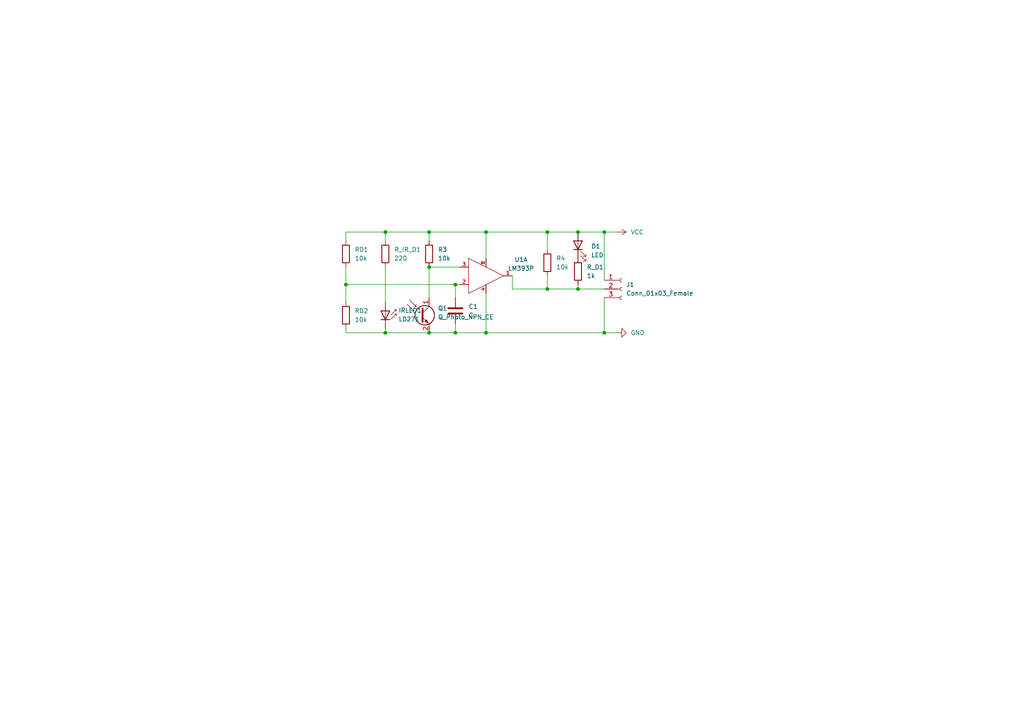
<source format=kicad_sch>
(kicad_sch (version 20211123) (generator eeschema)

  (uuid a8cb4279-d3c9-447a-a175-d8708493fcb9)

  (paper "A4")

  (lib_symbols
    (symbol "Connector:Conn_01x03_Female" (pin_names (offset 1.016) hide) (in_bom yes) (on_board yes)
      (property "Reference" "J" (id 0) (at 0 5.08 0)
        (effects (font (size 1.27 1.27)))
      )
      (property "Value" "Conn_01x03_Female" (id 1) (at 0 -5.08 0)
        (effects (font (size 1.27 1.27)))
      )
      (property "Footprint" "" (id 2) (at 0 0 0)
        (effects (font (size 1.27 1.27)) hide)
      )
      (property "Datasheet" "~" (id 3) (at 0 0 0)
        (effects (font (size 1.27 1.27)) hide)
      )
      (property "ki_keywords" "connector" (id 4) (at 0 0 0)
        (effects (font (size 1.27 1.27)) hide)
      )
      (property "ki_description" "Generic connector, single row, 01x03, script generated (kicad-library-utils/schlib/autogen/connector/)" (id 5) (at 0 0 0)
        (effects (font (size 1.27 1.27)) hide)
      )
      (property "ki_fp_filters" "Connector*:*_1x??_*" (id 6) (at 0 0 0)
        (effects (font (size 1.27 1.27)) hide)
      )
      (symbol "Conn_01x03_Female_1_1"
        (arc (start 0 -2.032) (mid -0.508 -2.54) (end 0 -3.048)
          (stroke (width 0.1524) (type default) (color 0 0 0 0))
          (fill (type none))
        )
        (polyline
          (pts
            (xy -1.27 -2.54)
            (xy -0.508 -2.54)
          )
          (stroke (width 0.1524) (type default) (color 0 0 0 0))
          (fill (type none))
        )
        (polyline
          (pts
            (xy -1.27 0)
            (xy -0.508 0)
          )
          (stroke (width 0.1524) (type default) (color 0 0 0 0))
          (fill (type none))
        )
        (polyline
          (pts
            (xy -1.27 2.54)
            (xy -0.508 2.54)
          )
          (stroke (width 0.1524) (type default) (color 0 0 0 0))
          (fill (type none))
        )
        (arc (start 0 0.508) (mid -0.508 0) (end 0 -0.508)
          (stroke (width 0.1524) (type default) (color 0 0 0 0))
          (fill (type none))
        )
        (arc (start 0 3.048) (mid -0.508 2.54) (end 0 2.032)
          (stroke (width 0.1524) (type default) (color 0 0 0 0))
          (fill (type none))
        )
        (pin passive line (at -5.08 2.54 0) (length 3.81)
          (name "Pin_1" (effects (font (size 1.27 1.27))))
          (number "1" (effects (font (size 1.27 1.27))))
        )
        (pin passive line (at -5.08 0 0) (length 3.81)
          (name "Pin_2" (effects (font (size 1.27 1.27))))
          (number "2" (effects (font (size 1.27 1.27))))
        )
        (pin passive line (at -5.08 -2.54 0) (length 3.81)
          (name "Pin_3" (effects (font (size 1.27 1.27))))
          (number "3" (effects (font (size 1.27 1.27))))
        )
      )
    )
    (symbol "Device:C" (pin_numbers hide) (pin_names (offset 0.254)) (in_bom yes) (on_board yes)
      (property "Reference" "C" (id 0) (at 0.635 2.54 0)
        (effects (font (size 1.27 1.27)) (justify left))
      )
      (property "Value" "C" (id 1) (at 0.635 -2.54 0)
        (effects (font (size 1.27 1.27)) (justify left))
      )
      (property "Footprint" "" (id 2) (at 0.9652 -3.81 0)
        (effects (font (size 1.27 1.27)) hide)
      )
      (property "Datasheet" "~" (id 3) (at 0 0 0)
        (effects (font (size 1.27 1.27)) hide)
      )
      (property "ki_keywords" "cap capacitor" (id 4) (at 0 0 0)
        (effects (font (size 1.27 1.27)) hide)
      )
      (property "ki_description" "Unpolarized capacitor" (id 5) (at 0 0 0)
        (effects (font (size 1.27 1.27)) hide)
      )
      (property "ki_fp_filters" "C_*" (id 6) (at 0 0 0)
        (effects (font (size 1.27 1.27)) hide)
      )
      (symbol "C_0_1"
        (polyline
          (pts
            (xy -2.032 -0.762)
            (xy 2.032 -0.762)
          )
          (stroke (width 0.508) (type default) (color 0 0 0 0))
          (fill (type none))
        )
        (polyline
          (pts
            (xy -2.032 0.762)
            (xy 2.032 0.762)
          )
          (stroke (width 0.508) (type default) (color 0 0 0 0))
          (fill (type none))
        )
      )
      (symbol "C_1_1"
        (pin passive line (at 0 3.81 270) (length 2.794)
          (name "~" (effects (font (size 1.27 1.27))))
          (number "1" (effects (font (size 1.27 1.27))))
        )
        (pin passive line (at 0 -3.81 90) (length 2.794)
          (name "~" (effects (font (size 1.27 1.27))))
          (number "2" (effects (font (size 1.27 1.27))))
        )
      )
    )
    (symbol "Device:LED" (pin_numbers hide) (pin_names (offset 1.016) hide) (in_bom yes) (on_board yes)
      (property "Reference" "D" (id 0) (at 0 2.54 0)
        (effects (font (size 1.27 1.27)))
      )
      (property "Value" "LED" (id 1) (at 0 -2.54 0)
        (effects (font (size 1.27 1.27)))
      )
      (property "Footprint" "" (id 2) (at 0 0 0)
        (effects (font (size 1.27 1.27)) hide)
      )
      (property "Datasheet" "~" (id 3) (at 0 0 0)
        (effects (font (size 1.27 1.27)) hide)
      )
      (property "ki_keywords" "LED diode" (id 4) (at 0 0 0)
        (effects (font (size 1.27 1.27)) hide)
      )
      (property "ki_description" "Light emitting diode" (id 5) (at 0 0 0)
        (effects (font (size 1.27 1.27)) hide)
      )
      (property "ki_fp_filters" "LED* LED_SMD:* LED_THT:*" (id 6) (at 0 0 0)
        (effects (font (size 1.27 1.27)) hide)
      )
      (symbol "LED_0_1"
        (polyline
          (pts
            (xy -1.27 -1.27)
            (xy -1.27 1.27)
          )
          (stroke (width 0.254) (type default) (color 0 0 0 0))
          (fill (type none))
        )
        (polyline
          (pts
            (xy -1.27 0)
            (xy 1.27 0)
          )
          (stroke (width 0) (type default) (color 0 0 0 0))
          (fill (type none))
        )
        (polyline
          (pts
            (xy 1.27 -1.27)
            (xy 1.27 1.27)
            (xy -1.27 0)
            (xy 1.27 -1.27)
          )
          (stroke (width 0.254) (type default) (color 0 0 0 0))
          (fill (type none))
        )
        (polyline
          (pts
            (xy -3.048 -0.762)
            (xy -4.572 -2.286)
            (xy -3.81 -2.286)
            (xy -4.572 -2.286)
            (xy -4.572 -1.524)
          )
          (stroke (width 0) (type default) (color 0 0 0 0))
          (fill (type none))
        )
        (polyline
          (pts
            (xy -1.778 -0.762)
            (xy -3.302 -2.286)
            (xy -2.54 -2.286)
            (xy -3.302 -2.286)
            (xy -3.302 -1.524)
          )
          (stroke (width 0) (type default) (color 0 0 0 0))
          (fill (type none))
        )
      )
      (symbol "LED_1_1"
        (pin passive line (at -3.81 0 0) (length 2.54)
          (name "K" (effects (font (size 1.27 1.27))))
          (number "1" (effects (font (size 1.27 1.27))))
        )
        (pin passive line (at 3.81 0 180) (length 2.54)
          (name "A" (effects (font (size 1.27 1.27))))
          (number "2" (effects (font (size 1.27 1.27))))
        )
      )
    )
    (symbol "Device:Q_Photo_NPN_CE" (pin_names (offset 0) hide) (in_bom yes) (on_board yes)
      (property "Reference" "Q" (id 0) (at 5.08 1.27 0)
        (effects (font (size 1.27 1.27)) (justify left))
      )
      (property "Value" "Q_Photo_NPN_CE" (id 1) (at 5.08 -1.27 0)
        (effects (font (size 1.27 1.27)) (justify left))
      )
      (property "Footprint" "" (id 2) (at 5.08 2.54 0)
        (effects (font (size 1.27 1.27)) hide)
      )
      (property "Datasheet" "~" (id 3) (at 0 0 0)
        (effects (font (size 1.27 1.27)) hide)
      )
      (property "ki_keywords" "phototransistor NPN" (id 4) (at 0 0 0)
        (effects (font (size 1.27 1.27)) hide)
      )
      (property "ki_description" "NPN phototransistor, collector/emitter" (id 5) (at 0 0 0)
        (effects (font (size 1.27 1.27)) hide)
      )
      (symbol "Q_Photo_NPN_CE_0_1"
        (polyline
          (pts
            (xy -1.905 1.27)
            (xy -2.54 1.27)
          )
          (stroke (width 0) (type default) (color 0 0 0 0))
          (fill (type none))
        )
        (polyline
          (pts
            (xy -1.27 2.54)
            (xy -1.905 2.54)
          )
          (stroke (width 0) (type default) (color 0 0 0 0))
          (fill (type none))
        )
        (polyline
          (pts
            (xy 0.635 0.635)
            (xy 2.54 2.54)
          )
          (stroke (width 0) (type default) (color 0 0 0 0))
          (fill (type none))
        )
        (polyline
          (pts
            (xy -3.81 3.175)
            (xy -1.905 1.27)
            (xy -1.905 1.905)
          )
          (stroke (width 0) (type default) (color 0 0 0 0))
          (fill (type none))
        )
        (polyline
          (pts
            (xy -3.175 4.445)
            (xy -1.27 2.54)
            (xy -1.27 3.175)
          )
          (stroke (width 0) (type default) (color 0 0 0 0))
          (fill (type none))
        )
        (polyline
          (pts
            (xy 0.635 -0.635)
            (xy 2.54 -2.54)
            (xy 2.54 -2.54)
          )
          (stroke (width 0) (type default) (color 0 0 0 0))
          (fill (type none))
        )
        (polyline
          (pts
            (xy 0.635 1.905)
            (xy 0.635 -1.905)
            (xy 0.635 -1.905)
          )
          (stroke (width 0.508) (type default) (color 0 0 0 0))
          (fill (type none))
        )
        (polyline
          (pts
            (xy 1.27 -1.778)
            (xy 1.778 -1.27)
            (xy 2.286 -2.286)
            (xy 1.27 -1.778)
            (xy 1.27 -1.778)
          )
          (stroke (width 0) (type default) (color 0 0 0 0))
          (fill (type outline))
        )
        (circle (center 1.27 0) (radius 2.8194)
          (stroke (width 0.254) (type default) (color 0 0 0 0))
          (fill (type none))
        )
      )
      (symbol "Q_Photo_NPN_CE_1_1"
        (pin passive line (at 2.54 5.08 270) (length 2.54)
          (name "C" (effects (font (size 1.27 1.27))))
          (number "1" (effects (font (size 1.27 1.27))))
        )
        (pin passive line (at 2.54 -5.08 90) (length 2.54)
          (name "E" (effects (font (size 1.27 1.27))))
          (number "2" (effects (font (size 1.27 1.27))))
        )
      )
    )
    (symbol "Device:R" (pin_numbers hide) (pin_names (offset 0)) (in_bom yes) (on_board yes)
      (property "Reference" "R" (id 0) (at 2.032 0 90)
        (effects (font (size 1.27 1.27)))
      )
      (property "Value" "R" (id 1) (at 0 0 90)
        (effects (font (size 1.27 1.27)))
      )
      (property "Footprint" "" (id 2) (at -1.778 0 90)
        (effects (font (size 1.27 1.27)) hide)
      )
      (property "Datasheet" "~" (id 3) (at 0 0 0)
        (effects (font (size 1.27 1.27)) hide)
      )
      (property "ki_keywords" "R res resistor" (id 4) (at 0 0 0)
        (effects (font (size 1.27 1.27)) hide)
      )
      (property "ki_description" "Resistor" (id 5) (at 0 0 0)
        (effects (font (size 1.27 1.27)) hide)
      )
      (property "ki_fp_filters" "R_*" (id 6) (at 0 0 0)
        (effects (font (size 1.27 1.27)) hide)
      )
      (symbol "R_0_1"
        (rectangle (start -1.016 -2.54) (end 1.016 2.54)
          (stroke (width 0.254) (type default) (color 0 0 0 0))
          (fill (type none))
        )
      )
      (symbol "R_1_1"
        (pin passive line (at 0 3.81 270) (length 1.27)
          (name "~" (effects (font (size 1.27 1.27))))
          (number "1" (effects (font (size 1.27 1.27))))
        )
        (pin passive line (at 0 -3.81 90) (length 1.27)
          (name "~" (effects (font (size 1.27 1.27))))
          (number "2" (effects (font (size 1.27 1.27))))
        )
      )
    )
    (symbol "LED:LD271" (pin_numbers hide) (pin_names (offset 1.016) hide) (in_bom yes) (on_board yes)
      (property "Reference" "D" (id 0) (at 0.508 1.778 0)
        (effects (font (size 1.27 1.27)) (justify left))
      )
      (property "Value" "LD271" (id 1) (at -1.016 -2.794 0)
        (effects (font (size 1.27 1.27)))
      )
      (property "Footprint" "LED_THT:LED_D5.0mm_IRGrey" (id 2) (at 0 4.445 0)
        (effects (font (size 1.27 1.27)) hide)
      )
      (property "Datasheet" "http://www.alliedelec.com/m/d/40788c34903a719969df15f1fbea1056.pdf" (id 3) (at -1.27 0 0)
        (effects (font (size 1.27 1.27)) hide)
      )
      (property "ki_keywords" "IR LED" (id 4) (at 0 0 0)
        (effects (font (size 1.27 1.27)) hide)
      )
      (property "ki_description" "940nm IR-LED, 5mm" (id 5) (at 0 0 0)
        (effects (font (size 1.27 1.27)) hide)
      )
      (property "ki_fp_filters" "LED*5.0mm*IRGrey*" (id 6) (at 0 0 0)
        (effects (font (size 1.27 1.27)) hide)
      )
      (symbol "LD271_0_1"
        (polyline
          (pts
            (xy -2.54 1.27)
            (xy -2.54 -1.27)
          )
          (stroke (width 0.254) (type default) (color 0 0 0 0))
          (fill (type none))
        )
        (polyline
          (pts
            (xy 0 0)
            (xy -2.54 0)
          )
          (stroke (width 0) (type default) (color 0 0 0 0))
          (fill (type none))
        )
        (polyline
          (pts
            (xy 0.381 3.175)
            (xy -0.127 3.175)
          )
          (stroke (width 0) (type default) (color 0 0 0 0))
          (fill (type none))
        )
        (polyline
          (pts
            (xy -1.143 1.651)
            (xy 0.381 3.175)
            (xy 0.381 2.667)
          )
          (stroke (width 0) (type default) (color 0 0 0 0))
          (fill (type none))
        )
        (polyline
          (pts
            (xy 0 -1.27)
            (xy -2.54 0)
            (xy 0 1.27)
            (xy 0 -1.27)
          )
          (stroke (width 0.254) (type default) (color 0 0 0 0))
          (fill (type none))
        )
        (polyline
          (pts
            (xy -2.413 1.651)
            (xy -0.889 3.175)
            (xy -0.889 2.667)
            (xy -0.889 3.175)
            (xy -1.397 3.175)
          )
          (stroke (width 0) (type default) (color 0 0 0 0))
          (fill (type none))
        )
      )
      (symbol "LD271_1_1"
        (pin passive line (at -5.08 0 0) (length 2.54)
          (name "K" (effects (font (size 1.27 1.27))))
          (number "1" (effects (font (size 1.27 1.27))))
        )
        (pin passive line (at 2.54 0 180) (length 2.54)
          (name "A" (effects (font (size 1.27 1.27))))
          (number "2" (effects (font (size 1.27 1.27))))
        )
      )
    )
    (symbol "eec:LM393P" (pin_names (offset 1.016)) (in_bom yes) (on_board yes)
      (property "Reference" "U" (id 0) (at 0 5.08 0)
        (effects (font (size 1.27 1.27)) (justify left))
      )
      (property "Value" "LM393P" (id 1) (at 0 7.62 0)
        (effects (font (size 1.27 1.27)) (justify left))
      )
      (property "Footprint" "Texas_Instruments-P_R-PDIP-T8-0-0-*" (id 2) (at 0 10.16 0)
        (effects (font (size 1.27 1.27)) (justify left) hide)
      )
      (property "Datasheet" "http://www-s.ti.com/sc/ds/lm193.pdf" (id 3) (at 0 12.7 0)
        (effects (font (size 1.27 1.27)) (justify left) hide)
      )
      (property "category" "IC" (id 4) (at 0 15.24 0)
        (effects (font (size 1.27 1.27)) (justify left) hide)
      )
      (property "digikey description" "IC DUAL DIFF COMP 8-DIP" (id 5) (at 0 17.78 0)
        (effects (font (size 1.27 1.27)) (justify left) hide)
      )
      (property "digikey part number" "296-1398-5-ND" (id 6) (at 0 20.32 0)
        (effects (font (size 1.27 1.27)) (justify left) hide)
      )
      (property "ipc land pattern name" "DIP794W46P254L959H508Q8" (id 7) (at 0 22.86 0)
        (effects (font (size 1.27 1.27)) (justify left) hide)
      )
      (property "lead free" "yes" (id 8) (at 0 25.4 0)
        (effects (font (size 1.27 1.27)) (justify left) hide)
      )
      (property "library id" "769f2784d21fb492" (id 9) (at 0 27.94 0)
        (effects (font (size 1.27 1.27)) (justify left) hide)
      )
      (property "manufacturer" "Texas Instruments" (id 10) (at 0 30.48 0)
        (effects (font (size 1.27 1.27)) (justify left) hide)
      )
      (property "mouser part number" "595-LM393P" (id 11) (at 0 33.02 0)
        (effects (font (size 1.27 1.27)) (justify left) hide)
      )
      (property "package" "PDIP8" (id 12) (at 0 35.56 0)
        (effects (font (size 1.27 1.27)) (justify left) hide)
      )
      (property "rohs" "yes" (id 13) (at 0 38.1 0)
        (effects (font (size 1.27 1.27)) (justify left) hide)
      )
      (property "temperature range high" "+70°C" (id 14) (at 0 40.64 0)
        (effects (font (size 1.27 1.27)) (justify left) hide)
      )
      (property "temperature range low" "0°C" (id 15) (at 0 43.18 0)
        (effects (font (size 1.27 1.27)) (justify left) hide)
      )
      (property "ki_locked" "" (id 16) (at 0 0 0)
        (effects (font (size 1.27 1.27)))
      )
      (property "ki_description" "LM393P" (id 17) (at 0 0 0)
        (effects (font (size 1.27 1.27)) hide)
      )
      (symbol "LM393P_1_0"
        (text "+" (at 5.588 1.27 0)
          (effects (font (size 1.524 1.524)) hide)
        )
        (text "+" (at 5.842 1.27 0)
          (effects (font (size 1.524 1.524)) hide)
        )
        (text "_" (at 5.588 0.762 0)
          (effects (font (size 1.524 1.524)) hide)
        )
        (text "_" (at 5.588 0.762 0)
          (effects (font (size 1.524 1.524)) hide)
        )
      )
      (symbol "LM393P_1_1"
        (polyline
          (pts
            (xy 5.08 -7.62)
            (xy 5.08 2.54)
          )
          (stroke (width 0) (type default) (color 0 0 0 0))
          (fill (type none))
        )
        (polyline
          (pts
            (xy 5.08 -7.62)
            (xy 15.24 -2.54)
          )
          (stroke (width 0) (type default) (color 0 0 0 0))
          (fill (type none))
        )
        (polyline
          (pts
            (xy 5.08 2.54)
            (xy 15.24 -2.54)
          )
          (stroke (width 0) (type default) (color 0 0 0 0))
          (fill (type none))
        )
        (pin unspecified line (at 17.78 -2.54 180) (length 2.54)
          (name "1OUT" (effects (font (size 0 0))))
          (number "1" (effects (font (size 1.016 1.016))))
        )
        (pin unspecified line (at 2.54 -5.08 0) (length 2.54)
          (name "1IN−" (effects (font (size 0 0))))
          (number "2" (effects (font (size 1.016 1.016))))
        )
        (pin unspecified line (at 2.54 0 0) (length 2.54)
          (name "1IN+" (effects (font (size 0 0))))
          (number "3" (effects (font (size 1.016 1.016))))
        )
        (pin unspecified line (at 10.16 -7.62 90) (length 2.54)
          (name "GND" (effects (font (size 0 0))))
          (number "4" (effects (font (size 1.016 1.016))))
        )
        (pin unspecified line (at 10.16 2.54 270) (length 2.54)
          (name "VCC" (effects (font (size 0 0))))
          (number "8" (effects (font (size 1.016 1.016))))
        )
      )
      (symbol "LM393P_2_1"
        (polyline
          (pts
            (xy 5.08 -7.62)
            (xy 5.08 2.54)
          )
          (stroke (width 0) (type default) (color 0 0 0 0))
          (fill (type none))
        )
        (polyline
          (pts
            (xy 5.08 -7.62)
            (xy 12.7 -2.54)
          )
          (stroke (width 0) (type default) (color 0 0 0 0))
          (fill (type none))
        )
        (polyline
          (pts
            (xy 5.08 2.54)
            (xy 12.7 -2.54)
          )
          (stroke (width 0) (type default) (color 0 0 0 0))
          (fill (type none))
        )
        (pin unspecified line (at 2.54 0 0) (length 2.54)
          (name "2IN+" (effects (font (size 0 0))))
          (number "5" (effects (font (size 1.016 1.016))))
        )
        (pin unspecified line (at 2.54 -5.08 0) (length 2.54)
          (name "2IN-" (effects (font (size 0 0))))
          (number "6" (effects (font (size 1.016 1.016))))
        )
        (pin unspecified line (at 15.24 -2.54 180) (length 2.54)
          (name "2OUT" (effects (font (size 0 0))))
          (number "7" (effects (font (size 1.016 1.016))))
        )
      )
    )
    (symbol "power:GND" (power) (pin_names (offset 0)) (in_bom yes) (on_board yes)
      (property "Reference" "#PWR" (id 0) (at 0 -6.35 0)
        (effects (font (size 1.27 1.27)) hide)
      )
      (property "Value" "GND" (id 1) (at 0 -3.81 0)
        (effects (font (size 1.27 1.27)))
      )
      (property "Footprint" "" (id 2) (at 0 0 0)
        (effects (font (size 1.27 1.27)) hide)
      )
      (property "Datasheet" "" (id 3) (at 0 0 0)
        (effects (font (size 1.27 1.27)) hide)
      )
      (property "ki_keywords" "power-flag" (id 4) (at 0 0 0)
        (effects (font (size 1.27 1.27)) hide)
      )
      (property "ki_description" "Power symbol creates a global label with name \"GND\" , ground" (id 5) (at 0 0 0)
        (effects (font (size 1.27 1.27)) hide)
      )
      (symbol "GND_0_1"
        (polyline
          (pts
            (xy 0 0)
            (xy 0 -1.27)
            (xy 1.27 -1.27)
            (xy 0 -2.54)
            (xy -1.27 -1.27)
            (xy 0 -1.27)
          )
          (stroke (width 0) (type default) (color 0 0 0 0))
          (fill (type none))
        )
      )
      (symbol "GND_1_1"
        (pin power_in line (at 0 0 270) (length 0) hide
          (name "GND" (effects (font (size 1.27 1.27))))
          (number "1" (effects (font (size 1.27 1.27))))
        )
      )
    )
    (symbol "power:VCC" (power) (pin_names (offset 0)) (in_bom yes) (on_board yes)
      (property "Reference" "#PWR" (id 0) (at 0 -3.81 0)
        (effects (font (size 1.27 1.27)) hide)
      )
      (property "Value" "VCC" (id 1) (at 0 3.81 0)
        (effects (font (size 1.27 1.27)))
      )
      (property "Footprint" "" (id 2) (at 0 0 0)
        (effects (font (size 1.27 1.27)) hide)
      )
      (property "Datasheet" "" (id 3) (at 0 0 0)
        (effects (font (size 1.27 1.27)) hide)
      )
      (property "ki_keywords" "power-flag" (id 4) (at 0 0 0)
        (effects (font (size 1.27 1.27)) hide)
      )
      (property "ki_description" "Power symbol creates a global label with name \"VCC\"" (id 5) (at 0 0 0)
        (effects (font (size 1.27 1.27)) hide)
      )
      (symbol "VCC_0_1"
        (polyline
          (pts
            (xy -0.762 1.27)
            (xy 0 2.54)
          )
          (stroke (width 0) (type default) (color 0 0 0 0))
          (fill (type none))
        )
        (polyline
          (pts
            (xy 0 0)
            (xy 0 2.54)
          )
          (stroke (width 0) (type default) (color 0 0 0 0))
          (fill (type none))
        )
        (polyline
          (pts
            (xy 0 2.54)
            (xy 0.762 1.27)
          )
          (stroke (width 0) (type default) (color 0 0 0 0))
          (fill (type none))
        )
      )
      (symbol "VCC_1_1"
        (pin power_in line (at 0 0 90) (length 0) hide
          (name "VCC" (effects (font (size 1.27 1.27))))
          (number "1" (effects (font (size 1.27 1.27))))
        )
      )
    )
  )

  (junction (at 132.08 96.52) (diameter 0) (color 0 0 0 0)
    (uuid 0e76b1ce-85a1-4611-9da6-790739986ed6)
  )
  (junction (at 111.76 96.52) (diameter 0) (color 0 0 0 0)
    (uuid 26540f92-ddf6-4284-9f47-cc23c63a48fb)
  )
  (junction (at 158.75 67.31) (diameter 0) (color 0 0 0 0)
    (uuid 3a4b108d-ad2a-4823-a3a0-16138e5331ff)
  )
  (junction (at 167.64 83.82) (diameter 0) (color 0 0 0 0)
    (uuid 3d9aece8-6d4d-4381-a4ce-48393f532e86)
  )
  (junction (at 100.33 82.55) (diameter 0) (color 0 0 0 0)
    (uuid 4777404c-884f-4dd5-b807-169cdcc062b8)
  )
  (junction (at 124.46 96.52) (diameter 0) (color 0 0 0 0)
    (uuid 67d18d7b-2e30-45ee-965e-83abc0626eee)
  )
  (junction (at 140.97 96.52) (diameter 0) (color 0 0 0 0)
    (uuid 741fd5be-375e-4f6d-a360-b33e0607836f)
  )
  (junction (at 132.08 82.55) (diameter 0) (color 0 0 0 0)
    (uuid 9a5283eb-0502-4796-9b48-5f1af0aabc17)
  )
  (junction (at 175.26 96.52) (diameter 0) (color 0 0 0 0)
    (uuid a5c8c064-d46f-4fb0-808c-754a0f81a4e3)
  )
  (junction (at 167.64 67.31) (diameter 0) (color 0 0 0 0)
    (uuid a672081b-46a0-4f3a-9e8f-ed0e527a55eb)
  )
  (junction (at 111.76 67.31) (diameter 0) (color 0 0 0 0)
    (uuid a9cf5c8e-c57f-4024-8de0-b87fb620d361)
  )
  (junction (at 140.97 67.31) (diameter 0) (color 0 0 0 0)
    (uuid be4916ae-9f44-4a9b-95d4-bc464548d287)
  )
  (junction (at 158.75 83.82) (diameter 0) (color 0 0 0 0)
    (uuid bf7d1c1f-a2f8-4e70-8b75-d43f767ed8f0)
  )
  (junction (at 175.26 67.31) (diameter 0) (color 0 0 0 0)
    (uuid c003cd2c-cdaf-448a-a7cd-091ea8429fef)
  )
  (junction (at 124.46 77.47) (diameter 0) (color 0 0 0 0)
    (uuid cbb557f8-b241-4db7-ab25-a04da4108f4e)
  )
  (junction (at 124.46 67.31) (diameter 0) (color 0 0 0 0)
    (uuid fb10d1f1-f916-438a-b09c-537efd32aa75)
  )

  (wire (pts (xy 100.33 95.25) (xy 100.33 96.52))
    (stroke (width 0) (type default) (color 0 0 0 0))
    (uuid 01f51446-a728-466e-b8f9-06422bbc0806)
  )
  (wire (pts (xy 100.33 96.52) (xy 111.76 96.52))
    (stroke (width 0) (type default) (color 0 0 0 0))
    (uuid 02fe71bc-7749-4678-a213-556b50c2682b)
  )
  (wire (pts (xy 100.33 82.55) (xy 132.08 82.55))
    (stroke (width 0) (type default) (color 0 0 0 0))
    (uuid 08f42aa9-3698-4c64-ac4f-0605b5e06219)
  )
  (wire (pts (xy 111.76 77.47) (xy 111.76 87.63))
    (stroke (width 0) (type default) (color 0 0 0 0))
    (uuid 131f9a65-cd91-44e5-ada0-946ead633293)
  )
  (wire (pts (xy 132.08 93.98) (xy 132.08 96.52))
    (stroke (width 0) (type default) (color 0 0 0 0))
    (uuid 1789fec4-c73e-4021-847c-a3a68b9b4f5a)
  )
  (wire (pts (xy 158.75 80.01) (xy 158.75 83.82))
    (stroke (width 0) (type default) (color 0 0 0 0))
    (uuid 1eef98ff-263a-4175-9a8b-5336828f62e4)
  )
  (wire (pts (xy 132.08 96.52) (xy 140.97 96.52))
    (stroke (width 0) (type default) (color 0 0 0 0))
    (uuid 2b29638e-2f6e-4a58-88bd-7f4a52549969)
  )
  (wire (pts (xy 100.33 82.55) (xy 100.33 87.63))
    (stroke (width 0) (type default) (color 0 0 0 0))
    (uuid 3f1da7ce-7534-453b-85f7-a0dd50cc0f3b)
  )
  (wire (pts (xy 167.64 67.31) (xy 175.26 67.31))
    (stroke (width 0) (type default) (color 0 0 0 0))
    (uuid 4dfc0b9d-0af6-4873-b015-7dfc9ddf1288)
  )
  (wire (pts (xy 158.75 72.39) (xy 158.75 67.31))
    (stroke (width 0) (type default) (color 0 0 0 0))
    (uuid 57617a8d-96bf-4d59-b103-f3f6bdcda8d1)
  )
  (wire (pts (xy 179.07 96.52) (xy 175.26 96.52))
    (stroke (width 0) (type default) (color 0 0 0 0))
    (uuid 58862116-597e-4cae-b5ae-09a5023690aa)
  )
  (wire (pts (xy 175.26 67.31) (xy 179.07 67.31))
    (stroke (width 0) (type default) (color 0 0 0 0))
    (uuid 672fc1a6-3eda-444e-bedd-4ae86275af2c)
  )
  (wire (pts (xy 158.75 83.82) (xy 148.59 83.82))
    (stroke (width 0) (type default) (color 0 0 0 0))
    (uuid 6752fecd-71ac-469b-8d24-1f3352f9e0c4)
  )
  (wire (pts (xy 132.08 82.55) (xy 133.35 82.55))
    (stroke (width 0) (type default) (color 0 0 0 0))
    (uuid 6f057c62-bb67-409c-8cac-37bc613a213c)
  )
  (wire (pts (xy 167.64 83.82) (xy 158.75 83.82))
    (stroke (width 0) (type default) (color 0 0 0 0))
    (uuid 7435f11d-917c-49a0-a6a4-763890c85055)
  )
  (wire (pts (xy 124.46 67.31) (xy 140.97 67.31))
    (stroke (width 0) (type default) (color 0 0 0 0))
    (uuid 7d0b1cc7-9238-4739-a388-226bb6caa510)
  )
  (wire (pts (xy 100.33 67.31) (xy 111.76 67.31))
    (stroke (width 0) (type default) (color 0 0 0 0))
    (uuid 80b07ec6-0a39-47d6-b7a9-51aec90ea7bc)
  )
  (wire (pts (xy 124.46 77.47) (xy 133.35 77.47))
    (stroke (width 0) (type default) (color 0 0 0 0))
    (uuid 82198ea6-4022-4479-8b84-8e8c95d9e606)
  )
  (wire (pts (xy 148.59 83.82) (xy 148.59 80.01))
    (stroke (width 0) (type default) (color 0 0 0 0))
    (uuid 85e6ffe9-6606-40cd-8dbd-dad5bcece6e2)
  )
  (wire (pts (xy 158.75 67.31) (xy 167.64 67.31))
    (stroke (width 0) (type default) (color 0 0 0 0))
    (uuid 86900116-0edd-4e1a-a7e5-7fa5e5f75bcc)
  )
  (wire (pts (xy 140.97 96.52) (xy 175.26 96.52))
    (stroke (width 0) (type default) (color 0 0 0 0))
    (uuid 879b3259-2daf-471e-9a69-ac35dd13e2f8)
  )
  (wire (pts (xy 140.97 67.31) (xy 140.97 74.93))
    (stroke (width 0) (type default) (color 0 0 0 0))
    (uuid 8efe6238-b7a2-4015-9c0a-369cef69641f)
  )
  (wire (pts (xy 124.46 96.52) (xy 132.08 96.52))
    (stroke (width 0) (type default) (color 0 0 0 0))
    (uuid 96a777ba-0800-4665-adcf-5024a3ed9122)
  )
  (wire (pts (xy 111.76 67.31) (xy 111.76 69.85))
    (stroke (width 0) (type default) (color 0 0 0 0))
    (uuid 97f01735-c921-49f6-beb0-548de575c189)
  )
  (wire (pts (xy 175.26 67.31) (xy 175.26 81.28))
    (stroke (width 0) (type default) (color 0 0 0 0))
    (uuid 9f19a2aa-3d96-4c3d-bd04-479bd856385b)
  )
  (wire (pts (xy 111.76 96.52) (xy 124.46 96.52))
    (stroke (width 0) (type default) (color 0 0 0 0))
    (uuid 9fe52034-622f-4515-91e4-c889cf00dee1)
  )
  (wire (pts (xy 124.46 77.47) (xy 124.46 86.36))
    (stroke (width 0) (type default) (color 0 0 0 0))
    (uuid a28f252a-9057-4885-a565-9869bbb0d85f)
  )
  (wire (pts (xy 140.97 67.31) (xy 158.75 67.31))
    (stroke (width 0) (type default) (color 0 0 0 0))
    (uuid a396ed4a-ecd6-4fb8-bde9-b4ef589e4766)
  )
  (wire (pts (xy 124.46 67.31) (xy 124.46 69.85))
    (stroke (width 0) (type default) (color 0 0 0 0))
    (uuid aa3d1600-b38c-4058-b901-492454d3c736)
  )
  (wire (pts (xy 111.76 67.31) (xy 124.46 67.31))
    (stroke (width 0) (type default) (color 0 0 0 0))
    (uuid b786de76-a7a0-4ba6-8a77-18627b3dc898)
  )
  (wire (pts (xy 140.97 85.09) (xy 140.97 96.52))
    (stroke (width 0) (type default) (color 0 0 0 0))
    (uuid c0b4ccce-5787-4281-990b-9eec58ddc93b)
  )
  (wire (pts (xy 111.76 95.25) (xy 111.76 96.52))
    (stroke (width 0) (type default) (color 0 0 0 0))
    (uuid c6505b5e-1547-4709-a20f-7f49ec93b78d)
  )
  (wire (pts (xy 167.64 83.82) (xy 167.64 82.55))
    (stroke (width 0) (type default) (color 0 0 0 0))
    (uuid d6803c30-c5f0-45af-bab4-90ae38d6b447)
  )
  (wire (pts (xy 100.33 77.47) (xy 100.33 82.55))
    (stroke (width 0) (type default) (color 0 0 0 0))
    (uuid e3c75363-33a7-4d29-84a0-50c107d31e08)
  )
  (wire (pts (xy 132.08 82.55) (xy 132.08 86.36))
    (stroke (width 0) (type default) (color 0 0 0 0))
    (uuid e80008bd-fb84-4808-b6b3-4f28ff09a0cd)
  )
  (wire (pts (xy 100.33 69.85) (xy 100.33 67.31))
    (stroke (width 0) (type default) (color 0 0 0 0))
    (uuid eb55355e-88e4-4e5f-a00a-e49b9b766f09)
  )
  (wire (pts (xy 175.26 96.52) (xy 175.26 86.36))
    (stroke (width 0) (type default) (color 0 0 0 0))
    (uuid f1ef6c7a-8df2-40a4-b95d-ef2c4a61852e)
  )
  (wire (pts (xy 175.26 83.82) (xy 167.64 83.82))
    (stroke (width 0) (type default) (color 0 0 0 0))
    (uuid f7ee40b9-a881-42f0-ad03-2a36f632b75d)
  )

  (symbol (lib_id "power:GND") (at 179.07 96.52 90) (unit 1)
    (in_bom yes) (on_board yes) (fields_autoplaced)
    (uuid 18ddd62d-c5d0-486b-acc8-e848a2f41fd3)
    (property "Reference" "#PWR0102" (id 0) (at 185.42 96.52 0)
      (effects (font (size 1.27 1.27)) hide)
    )
    (property "Value" "GND" (id 1) (at 182.88 96.5199 90)
      (effects (font (size 1.27 1.27)) (justify right))
    )
    (property "Footprint" "" (id 2) (at 179.07 96.52 0)
      (effects (font (size 1.27 1.27)) hide)
    )
    (property "Datasheet" "" (id 3) (at 179.07 96.52 0)
      (effects (font (size 1.27 1.27)) hide)
    )
    (pin "1" (uuid 43144289-ac8c-43c2-a85f-432bd142d676))
  )

  (symbol (lib_id "LED:LD271") (at 111.76 90.17 270) (mirror x) (unit 1)
    (in_bom yes) (on_board yes) (fields_autoplaced)
    (uuid 3228d03f-3a3c-45d0-912f-5a2d404bf40c)
    (property "Reference" "IRLED1" (id 0) (at 115.57 90.0429 90)
      (effects (font (size 1.27 1.27)) (justify left))
    )
    (property "Value" "LD271" (id 1) (at 115.57 92.5829 90)
      (effects (font (size 1.27 1.27)) (justify left))
    )
    (property "Footprint" "LED_THT:LED_D5.0mm_IRGrey" (id 2) (at 116.205 90.17 0)
      (effects (font (size 1.27 1.27)) hide)
    )
    (property "Datasheet" "http://www.alliedelec.com/m/d/40788c34903a719969df15f1fbea1056.pdf" (id 3) (at 111.76 91.44 0)
      (effects (font (size 1.27 1.27)) hide)
    )
    (pin "1" (uuid b545d659-0895-4fb1-a6e7-7e6f58299c4a))
    (pin "2" (uuid fac69e8e-584c-4a60-8aea-b3d3b5fdde6f))
  )

  (symbol (lib_id "Connector:Conn_01x03_Female") (at 180.34 83.82 0) (unit 1)
    (in_bom yes) (on_board yes) (fields_autoplaced)
    (uuid 4fbd83a8-02c4-4b54-9c88-8c5cab4945d8)
    (property "Reference" "J1" (id 0) (at 181.61 82.5499 0)
      (effects (font (size 1.27 1.27)) (justify left))
    )
    (property "Value" "Conn_01x03_Female" (id 1) (at 181.61 85.0899 0)
      (effects (font (size 1.27 1.27)) (justify left))
    )
    (property "Footprint" "Connector_JST:JST_XA_B03B-XASK-1_1x03_P2.50mm_Vertical" (id 2) (at 180.34 83.82 0)
      (effects (font (size 1.27 1.27)) hide)
    )
    (property "Datasheet" "~" (id 3) (at 180.34 83.82 0)
      (effects (font (size 1.27 1.27)) hide)
    )
    (pin "1" (uuid 4f83552c-7e9d-44db-8381-dbb221a5c0cc))
    (pin "2" (uuid 23004b4f-4752-4934-83e9-bffbde655b1a))
    (pin "3" (uuid 49806295-a4cb-409d-a533-ef34a047dc8e))
  )

  (symbol (lib_id "Device:R") (at 100.33 91.44 0) (unit 1)
    (in_bom yes) (on_board yes) (fields_autoplaced)
    (uuid 51359229-b7c2-4507-9369-0b9de0ca7251)
    (property "Reference" "RD2" (id 0) (at 102.87 90.1699 0)
      (effects (font (size 1.27 1.27)) (justify left))
    )
    (property "Value" "10k" (id 1) (at 102.87 92.7099 0)
      (effects (font (size 1.27 1.27)) (justify left))
    )
    (property "Footprint" "Resistor_THT:R_Axial_DIN0207_L6.3mm_D2.5mm_P7.62mm_Horizontal" (id 2) (at 98.552 91.44 90)
      (effects (font (size 1.27 1.27)) hide)
    )
    (property "Datasheet" "~" (id 3) (at 100.33 91.44 0)
      (effects (font (size 1.27 1.27)) hide)
    )
    (pin "1" (uuid 787ba594-2925-4eac-a4da-9d44c28a6a08))
    (pin "2" (uuid 84b24895-1f90-4f40-bd8a-1e3b721ed9d9))
  )

  (symbol (lib_id "Device:R") (at 167.64 78.74 0) (unit 1)
    (in_bom yes) (on_board yes) (fields_autoplaced)
    (uuid 649991da-e8b3-4504-b712-ba544f627fe5)
    (property "Reference" "R_D1" (id 0) (at 170.18 77.4699 0)
      (effects (font (size 1.27 1.27)) (justify left))
    )
    (property "Value" "1k" (id 1) (at 170.18 80.0099 0)
      (effects (font (size 1.27 1.27)) (justify left))
    )
    (property "Footprint" "Resistor_THT:R_Axial_DIN0207_L6.3mm_D2.5mm_P7.62mm_Horizontal" (id 2) (at 165.862 78.74 90)
      (effects (font (size 1.27 1.27)) hide)
    )
    (property "Datasheet" "~" (id 3) (at 167.64 78.74 0)
      (effects (font (size 1.27 1.27)) hide)
    )
    (pin "1" (uuid 2a53199d-b5b2-49f9-a9e3-02fddf7879eb))
    (pin "2" (uuid 775691ef-faf1-4769-b642-06f4be8c0da1))
  )

  (symbol (lib_id "Device:R") (at 124.46 73.66 180) (unit 1)
    (in_bom yes) (on_board yes) (fields_autoplaced)
    (uuid a96acb27-c625-4395-a572-60cc7e8d86d7)
    (property "Reference" "R3" (id 0) (at 127 72.3899 0)
      (effects (font (size 1.27 1.27)) (justify right))
    )
    (property "Value" "10k" (id 1) (at 127 74.9299 0)
      (effects (font (size 1.27 1.27)) (justify right))
    )
    (property "Footprint" "Resistor_THT:R_Axial_DIN0207_L6.3mm_D2.5mm_P7.62mm_Horizontal" (id 2) (at 126.238 73.66 90)
      (effects (font (size 1.27 1.27)) hide)
    )
    (property "Datasheet" "~" (id 3) (at 124.46 73.66 0)
      (effects (font (size 1.27 1.27)) hide)
    )
    (pin "1" (uuid 6050dc93-e3fc-4c71-979d-ed2e95a28c0b))
    (pin "2" (uuid c81fff27-eec0-4534-a054-a46b100ba752))
  )

  (symbol (lib_id "Device:Q_Photo_NPN_CE") (at 121.92 91.44 0) (unit 1)
    (in_bom yes) (on_board yes) (fields_autoplaced)
    (uuid ac906225-a6c4-4125-b96c-d5b3486d2636)
    (property "Reference" "Q1" (id 0) (at 127 89.4206 0)
      (effects (font (size 1.27 1.27)) (justify left))
    )
    (property "Value" "Q_Photo_NPN_CE" (id 1) (at 127 91.9606 0)
      (effects (font (size 1.27 1.27)) (justify left))
    )
    (property "Footprint" "LED_THT:LED_D5.0mm_IRGrey" (id 2) (at 127 88.9 0)
      (effects (font (size 1.27 1.27)) hide)
    )
    (property "Datasheet" "~" (id 3) (at 121.92 91.44 0)
      (effects (font (size 1.27 1.27)) hide)
    )
    (pin "1" (uuid 786f3bb1-b97c-4c09-b26f-4d118396ceda))
    (pin "2" (uuid 4c84f22d-91f5-431f-b4c7-53b7ff8b234f))
  )

  (symbol (lib_id "Device:R") (at 158.75 76.2 0) (unit 1)
    (in_bom yes) (on_board yes) (fields_autoplaced)
    (uuid b2ae1528-f44f-4a76-b410-e3860257ef45)
    (property "Reference" "R4" (id 0) (at 161.29 74.9299 0)
      (effects (font (size 1.27 1.27)) (justify left))
    )
    (property "Value" "10k" (id 1) (at 161.29 77.4699 0)
      (effects (font (size 1.27 1.27)) (justify left))
    )
    (property "Footprint" "Resistor_THT:R_Axial_DIN0207_L6.3mm_D2.5mm_P7.62mm_Horizontal" (id 2) (at 156.972 76.2 90)
      (effects (font (size 1.27 1.27)) hide)
    )
    (property "Datasheet" "~" (id 3) (at 158.75 76.2 0)
      (effects (font (size 1.27 1.27)) hide)
    )
    (pin "1" (uuid 199feb82-09ee-4524-bc22-04db809f0f79))
    (pin "2" (uuid 2e7a1f3d-9077-4e16-bfab-4c18d4a69730))
  )

  (symbol (lib_id "Device:C") (at 132.08 90.17 180) (unit 1)
    (in_bom yes) (on_board yes) (fields_autoplaced)
    (uuid b2e3e0e8-b7aa-4c1a-a445-a06b6d64379a)
    (property "Reference" "C1" (id 0) (at 135.89 88.8999 0)
      (effects (font (size 1.27 1.27)) (justify right))
    )
    (property "Value" "C" (id 1) (at 135.89 91.4399 0)
      (effects (font (size 1.27 1.27)) (justify right))
    )
    (property "Footprint" "Capacitor_THT:C_Disc_D4.3mm_W1.9mm_P5.00mm" (id 2) (at 131.1148 86.36 0)
      (effects (font (size 1.27 1.27)) hide)
    )
    (property "Datasheet" "~" (id 3) (at 132.08 90.17 0)
      (effects (font (size 1.27 1.27)) hide)
    )
    (pin "1" (uuid 8cbf303f-0830-4c95-92c4-618378f8e80c))
    (pin "2" (uuid d8bffb81-e019-4910-b9c4-96d70a3ab4d4))
  )

  (symbol (lib_id "eec:LM393P") (at 130.81 77.47 0) (unit 1)
    (in_bom yes) (on_board yes) (fields_autoplaced)
    (uuid b3908863-1f0b-4105-aa33-a8468a4f004e)
    (property "Reference" "U1" (id 0) (at 151.13 75.311 0))
    (property "Value" "LM393P" (id 1) (at 151.13 77.851 0))
    (property "Footprint" "eec:Texas_Instruments-P_R-PDIP-T8-0-0-0" (id 2) (at 130.81 67.31 0)
      (effects (font (size 1.27 1.27)) (justify left) hide)
    )
    (property "Datasheet" "http://www-s.ti.com/sc/ds/lm193.pdf" (id 3) (at 130.81 64.77 0)
      (effects (font (size 1.27 1.27)) (justify left) hide)
    )
    (property "category" "IC" (id 4) (at 130.81 62.23 0)
      (effects (font (size 1.27 1.27)) (justify left) hide)
    )
    (property "digikey description" "IC DUAL DIFF COMP 8-DIP" (id 5) (at 130.81 59.69 0)
      (effects (font (size 1.27 1.27)) (justify left) hide)
    )
    (property "digikey part number" "296-1398-5-ND" (id 6) (at 130.81 57.15 0)
      (effects (font (size 1.27 1.27)) (justify left) hide)
    )
    (property "ipc land pattern name" "DIP794W46P254L959H508Q8" (id 7) (at 130.81 54.61 0)
      (effects (font (size 1.27 1.27)) (justify left) hide)
    )
    (property "lead free" "yes" (id 8) (at 130.81 52.07 0)
      (effects (font (size 1.27 1.27)) (justify left) hide)
    )
    (property "library id" "769f2784d21fb492" (id 9) (at 130.81 49.53 0)
      (effects (font (size 1.27 1.27)) (justify left) hide)
    )
    (property "manufacturer" "Texas Instruments" (id 10) (at 130.81 46.99 0)
      (effects (font (size 1.27 1.27)) (justify left) hide)
    )
    (property "mouser part number" "595-LM393P" (id 11) (at 130.81 44.45 0)
      (effects (font (size 1.27 1.27)) (justify left) hide)
    )
    (property "package" "PDIP8" (id 12) (at 130.81 41.91 0)
      (effects (font (size 1.27 1.27)) (justify left) hide)
    )
    (property "rohs" "yes" (id 13) (at 130.81 39.37 0)
      (effects (font (size 1.27 1.27)) (justify left) hide)
    )
    (property "temperature range high" "+70°C" (id 14) (at 130.81 36.83 0)
      (effects (font (size 1.27 1.27)) (justify left) hide)
    )
    (property "temperature range low" "0°C" (id 15) (at 130.81 34.29 0)
      (effects (font (size 1.27 1.27)) (justify left) hide)
    )
    (pin "1" (uuid 7e477fd7-7124-4ef1-ae84-75c167895933))
    (pin "2" (uuid 70e94b17-5ecc-4885-b458-8015c04e8d70))
    (pin "3" (uuid ba651fba-adb9-4e0f-b775-4e2c0018462a))
    (pin "4" (uuid ba8b6dd3-7403-4f76-9558-917a6977c8e9))
    (pin "8" (uuid 8b4848bc-497e-4720-a99b-c9ab4f766800))
    (pin "5" (uuid 4e5d94ac-80f8-4122-9278-c1fdd76da408))
    (pin "6" (uuid 3e2699ae-553b-48ff-b70a-1c2e41627b96))
    (pin "7" (uuid 1c3772b8-f2b4-47bb-baaf-6de708a41d1d))
  )

  (symbol (lib_id "Device:R") (at 100.33 73.66 0) (unit 1)
    (in_bom yes) (on_board yes) (fields_autoplaced)
    (uuid d056fdd7-2ee7-4b65-9b58-5755c9267523)
    (property "Reference" "RD1" (id 0) (at 102.87 72.3899 0)
      (effects (font (size 1.27 1.27)) (justify left))
    )
    (property "Value" "10k" (id 1) (at 102.87 74.9299 0)
      (effects (font (size 1.27 1.27)) (justify left))
    )
    (property "Footprint" "Resistor_THT:R_Axial_DIN0207_L6.3mm_D2.5mm_P7.62mm_Horizontal" (id 2) (at 98.552 73.66 90)
      (effects (font (size 1.27 1.27)) hide)
    )
    (property "Datasheet" "~" (id 3) (at 100.33 73.66 0)
      (effects (font (size 1.27 1.27)) hide)
    )
    (pin "1" (uuid dab8e7aa-2835-48c0-9371-b6816a5bf9af))
    (pin "2" (uuid 9059999d-8251-4504-94c8-5603bb0eb9b9))
  )

  (symbol (lib_id "Device:LED") (at 167.64 71.12 90) (unit 1)
    (in_bom yes) (on_board yes) (fields_autoplaced)
    (uuid d85f29ba-5b8e-40dd-8dfc-f0cb9db37c50)
    (property "Reference" "D1" (id 0) (at 171.45 71.4374 90)
      (effects (font (size 1.27 1.27)) (justify right))
    )
    (property "Value" "LED" (id 1) (at 171.45 73.9774 90)
      (effects (font (size 1.27 1.27)) (justify right))
    )
    (property "Footprint" "LED_THT:LED_D5.0mm_IRGrey" (id 2) (at 167.64 71.12 0)
      (effects (font (size 1.27 1.27)) hide)
    )
    (property "Datasheet" "~" (id 3) (at 167.64 71.12 0)
      (effects (font (size 1.27 1.27)) hide)
    )
    (pin "1" (uuid 0d2dd982-2a20-4823-9dc7-d241f0097cea))
    (pin "2" (uuid a807c23c-fc73-44be-b374-e41686691431))
  )

  (symbol (lib_id "power:VCC") (at 179.07 67.31 270) (unit 1)
    (in_bom yes) (on_board yes) (fields_autoplaced)
    (uuid f94f3e2d-e995-4cd9-965e-b53851b947bc)
    (property "Reference" "#PWR0101" (id 0) (at 175.26 67.31 0)
      (effects (font (size 1.27 1.27)) hide)
    )
    (property "Value" "VCC" (id 1) (at 182.88 67.3099 90)
      (effects (font (size 1.27 1.27)) (justify left))
    )
    (property "Footprint" "" (id 2) (at 179.07 67.31 0)
      (effects (font (size 1.27 1.27)) hide)
    )
    (property "Datasheet" "" (id 3) (at 179.07 67.31 0)
      (effects (font (size 1.27 1.27)) hide)
    )
    (pin "1" (uuid 247e39f0-347a-4966-bcc4-0487c4615226))
  )

  (symbol (lib_id "Device:R") (at 111.76 73.66 0) (unit 1)
    (in_bom yes) (on_board yes) (fields_autoplaced)
    (uuid fbde843f-b9b4-48bb-ab60-be1fb10994a4)
    (property "Reference" "R_IR_D1" (id 0) (at 114.3 72.3899 0)
      (effects (font (size 1.27 1.27)) (justify left))
    )
    (property "Value" "220" (id 1) (at 114.3 74.9299 0)
      (effects (font (size 1.27 1.27)) (justify left))
    )
    (property "Footprint" "Resistor_THT:R_Axial_DIN0207_L6.3mm_D2.5mm_P7.62mm_Horizontal" (id 2) (at 109.982 73.66 90)
      (effects (font (size 1.27 1.27)) hide)
    )
    (property "Datasheet" "~" (id 3) (at 111.76 73.66 0)
      (effects (font (size 1.27 1.27)) hide)
    )
    (pin "1" (uuid b38a74a3-d99b-4ef1-a144-a10744a5d628))
    (pin "2" (uuid a2b1feb7-d139-4458-8871-2040ecc7155b))
  )

  (sheet_instances
    (path "/" (page "1"))
  )

  (symbol_instances
    (path "/f94f3e2d-e995-4cd9-965e-b53851b947bc"
      (reference "#PWR0101") (unit 1) (value "VCC") (footprint "")
    )
    (path "/18ddd62d-c5d0-486b-acc8-e848a2f41fd3"
      (reference "#PWR0102") (unit 1) (value "GND") (footprint "")
    )
    (path "/b2e3e0e8-b7aa-4c1a-a445-a06b6d64379a"
      (reference "C1") (unit 1) (value "C") (footprint "Capacitor_THT:C_Disc_D4.3mm_W1.9mm_P5.00mm")
    )
    (path "/d85f29ba-5b8e-40dd-8dfc-f0cb9db37c50"
      (reference "D1") (unit 1) (value "LED") (footprint "LED_THT:LED_D5.0mm_IRGrey")
    )
    (path "/3228d03f-3a3c-45d0-912f-5a2d404bf40c"
      (reference "IRLED1") (unit 1) (value "LD271") (footprint "LED_THT:LED_D5.0mm_IRGrey")
    )
    (path "/4fbd83a8-02c4-4b54-9c88-8c5cab4945d8"
      (reference "J1") (unit 1) (value "Conn_01x03_Female") (footprint "Connector_JST:JST_XA_B03B-XASK-1_1x03_P2.50mm_Vertical")
    )
    (path "/ac906225-a6c4-4125-b96c-d5b3486d2636"
      (reference "Q1") (unit 1) (value "Q_Photo_NPN_CE") (footprint "LED_THT:LED_D5.0mm_IRGrey")
    )
    (path "/a96acb27-c625-4395-a572-60cc7e8d86d7"
      (reference "R3") (unit 1) (value "10k") (footprint "Resistor_THT:R_Axial_DIN0207_L6.3mm_D2.5mm_P7.62mm_Horizontal")
    )
    (path "/b2ae1528-f44f-4a76-b410-e3860257ef45"
      (reference "R4") (unit 1) (value "10k") (footprint "Resistor_THT:R_Axial_DIN0207_L6.3mm_D2.5mm_P7.62mm_Horizontal")
    )
    (path "/d056fdd7-2ee7-4b65-9b58-5755c9267523"
      (reference "RD1") (unit 1) (value "10k") (footprint "Resistor_THT:R_Axial_DIN0207_L6.3mm_D2.5mm_P7.62mm_Horizontal")
    )
    (path "/51359229-b7c2-4507-9369-0b9de0ca7251"
      (reference "RD2") (unit 1) (value "10k") (footprint "Resistor_THT:R_Axial_DIN0207_L6.3mm_D2.5mm_P7.62mm_Horizontal")
    )
    (path "/649991da-e8b3-4504-b712-ba544f627fe5"
      (reference "R_D1") (unit 1) (value "1k") (footprint "Resistor_THT:R_Axial_DIN0207_L6.3mm_D2.5mm_P7.62mm_Horizontal")
    )
    (path "/fbde843f-b9b4-48bb-ab60-be1fb10994a4"
      (reference "R_IR_D1") (unit 1) (value "220") (footprint "Resistor_THT:R_Axial_DIN0207_L6.3mm_D2.5mm_P7.62mm_Horizontal")
    )
    (path "/b3908863-1f0b-4105-aa33-a8468a4f004e"
      (reference "U1") (unit 1) (value "LM393P") (footprint "eec:Texas_Instruments-P_R-PDIP-T8-0-0-0")
    )
  )
)

</source>
